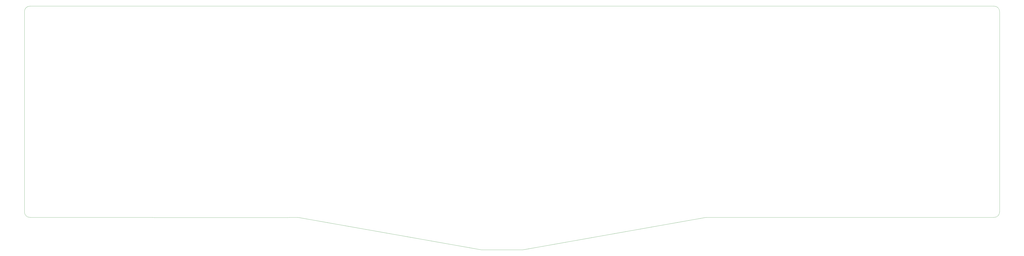
<source format=gbr>
%TF.GenerationSoftware,KiCad,Pcbnew,(5.1.10)-1*%
%TF.CreationDate,2022-01-23T15:25:41-08:00*%
%TF.ProjectId,V2,56322e6b-6963-4616-945f-706362585858,rev?*%
%TF.SameCoordinates,Original*%
%TF.FileFunction,Profile,NP*%
%FSLAX46Y46*%
G04 Gerber Fmt 4.6, Leading zero omitted, Abs format (unit mm)*
G04 Created by KiCad (PCBNEW (5.1.10)-1) date 2022-01-23 15:25:41*
%MOMM*%
%LPD*%
G01*
G04 APERTURE LIST*
%TA.AperFunction,Profile*%
%ADD10C,0.050000*%
%TD*%
G04 APERTURE END LIST*
D10*
X201345800Y-100711000D02*
X116662200Y-85725000D01*
X220383100Y-100711000D02*
X201345800Y-100711000D01*
X304927000Y-85725000D02*
X220383100Y-100711000D01*
X322964800Y-85725000D02*
X304927000Y-85725000D01*
X437934100Y-85725000D02*
X322964800Y-85725000D01*
X440461400Y-83197700D02*
X440461400Y9372600D01*
X126190770Y11896856D02*
X332964800Y11899900D01*
X332964800Y11899900D02*
X437934100Y11899900D01*
X97958900Y11899900D02*
X-6997700Y11899900D01*
X-9525000Y9372600D02*
X-9525000Y-83197700D01*
X97958900Y11899900D02*
X126190770Y11896856D01*
X-6997700Y-85725000D02*
X107990175Y-85737700D01*
X107990175Y-85737700D02*
X116662200Y-85725000D01*
X-9525000Y9372600D02*
G75*
G02*
X-6997700Y11899900I2527300J0D01*
G01*
X-6997700Y-85725000D02*
G75*
G02*
X-9525000Y-83197700I0J2527300D01*
G01*
X440461400Y-83197700D02*
G75*
G02*
X437934100Y-85725000I-2527300J0D01*
G01*
X437934100Y11899900D02*
G75*
G02*
X440461400Y9372600I0J-2527300D01*
G01*
M02*

</source>
